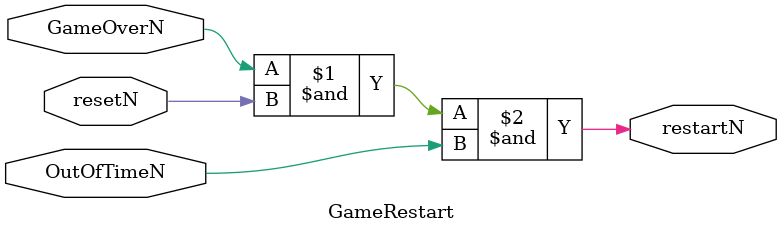
<source format=sv>
 
 module GameRestart (

					input	 logic  GameOverN, 
					input	 logic     resetN,
					input  logic OutOfTimeN,
					output logic   restartN
);

assign restartN = ( GameOverN & resetN & OutOfTimeN);

endmodule
 

</source>
